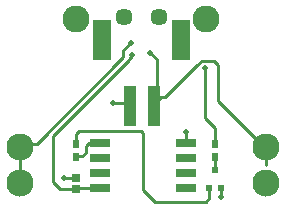
<source format=gtl>
G04*
G04 #@! TF.GenerationSoftware,Altium Limited,Altium Designer,21.8.1 (53)*
G04*
G04 Layer_Physical_Order=1*
G04 Layer_Color=255*
%FSLAX25Y25*%
%MOIN*%
G70*
G04*
G04 #@! TF.SameCoordinates,A130C7F3-DB7E-4E4B-B478-6415564EED2A*
G04*
G04*
G04 #@! TF.FilePolarity,Positive*
G04*
G01*
G75*
%ADD11C,0.01000*%
%ADD13R,0.06890X0.02559*%
%ADD14R,0.03937X0.13780*%
%ADD15R,0.05906X0.13386*%
%ADD16R,0.02362X0.02756*%
%ADD17R,0.01890X0.02480*%
%ADD18R,0.02520X0.02559*%
%ADD28C,0.09055*%
%ADD29C,0.05709*%
%ADD30C,0.09000*%
%ADD31C,0.01968*%
D11*
X60969Y173383D02*
X62406Y174820D01*
X63820D02*
X74500Y185500D01*
X62406Y174820D02*
X63820D01*
X60969Y171968D02*
Y173383D01*
X16525Y159269D02*
X20997D01*
X15555Y158299D02*
X16525Y159269D01*
X20997D02*
X49850Y188122D01*
X75971Y186984D02*
X80016D01*
X81500Y185500D01*
Y173500D02*
Y185500D01*
X46500Y173000D02*
X52063D01*
X53063Y172000D01*
X97445Y152122D02*
Y158299D01*
X15555Y146095D02*
Y158299D01*
X26500Y161944D02*
X51850Y187294D01*
X26500Y146500D02*
Y161944D01*
X28772Y144228D02*
X34000D01*
X26500Y146500D02*
X28772Y144228D01*
X51850Y187658D02*
X52764Y188573D01*
X51850Y187294D02*
Y187658D01*
X49850Y188122D02*
Y190350D01*
X52500Y193000D01*
X52764Y188573D02*
Y188835D01*
X60937Y176921D02*
Y187353D01*
Y172000D02*
Y176921D01*
X58900Y189390D02*
X60937Y187353D01*
X74500Y185513D02*
X75971Y186984D01*
X74500Y185500D02*
Y185513D01*
X96701Y158299D02*
X97445D01*
X81500Y173500D02*
X96701Y158299D01*
X77000Y168000D02*
Y184500D01*
Y168000D02*
X80508Y164492D01*
Y160043D02*
Y164492D01*
X34000Y162500D02*
X35110Y163610D01*
X55890D01*
X56500Y163000D01*
Y144000D02*
Y163000D01*
Y144000D02*
X60500Y140000D01*
X37500Y156617D02*
Y158500D01*
X34290Y155125D02*
X36095D01*
X37284Y156313D02*
Y156401D01*
X36095Y155125D02*
X37284Y156313D01*
X34000Y154835D02*
X34290Y155125D01*
X37284Y156401D02*
X37500Y156617D01*
X38500Y159500D02*
X42228D01*
X37500Y158500D02*
X38500Y159500D01*
X82468Y141532D02*
X82500Y141500D01*
X82468Y141532D02*
Y144555D01*
X80500Y150500D02*
Y154835D01*
X34000Y159165D02*
Y162500D01*
X60500Y140000D02*
X77500D01*
X78531Y141032D01*
Y144555D01*
X70756Y159516D02*
Y163315D01*
Y159516D02*
X70772Y159500D01*
X33922Y147694D02*
X34000Y147772D01*
X30223Y147694D02*
X33922D01*
X42092Y144364D02*
X42228Y144500D01*
X34136Y144364D02*
X42092D01*
X34000Y144228D02*
X34136Y144364D01*
D13*
X70772Y144500D02*
D03*
Y149500D02*
D03*
Y154500D02*
D03*
Y159500D02*
D03*
X42228D02*
D03*
Y154500D02*
D03*
Y149500D02*
D03*
Y144500D02*
D03*
D14*
X59937Y172000D02*
D03*
X52063D02*
D03*
D15*
X69189Y193850D02*
D03*
X42811D02*
D03*
D16*
X80500Y159165D02*
D03*
Y154835D02*
D03*
X34000Y159165D02*
D03*
Y154835D02*
D03*
D17*
X80500Y150500D02*
D03*
X82468Y144555D02*
D03*
X78531D02*
D03*
D18*
X34000Y144228D02*
D03*
Y147772D02*
D03*
D28*
X15555Y146095D02*
D03*
Y158299D02*
D03*
X97445D02*
D03*
Y146095D02*
D03*
D29*
X61811Y201500D02*
D03*
X50000D02*
D03*
D30*
X34000Y201000D02*
D03*
X77500D02*
D03*
D31*
X46500Y173000D02*
D03*
X52764Y188835D02*
D03*
X52500Y193000D02*
D03*
X77000Y184500D02*
D03*
X82500Y141500D02*
D03*
X70756Y163315D02*
D03*
X30223Y147694D02*
D03*
X58900Y189390D02*
D03*
M02*

</source>
